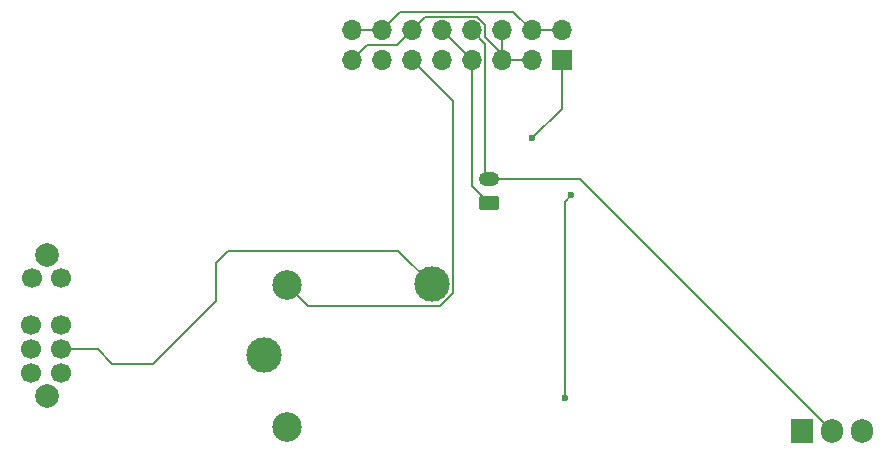
<source format=gbr>
%TF.GenerationSoftware,KiCad,Pcbnew,8.0.1*%
%TF.CreationDate,2024-03-24T23:16:52+02:00*%
%TF.ProjectId,KiCad,4b694361-642e-46b6-9963-61645f706362,rev?*%
%TF.SameCoordinates,Original*%
%TF.FileFunction,Copper,L2,Bot*%
%TF.FilePolarity,Positive*%
%FSLAX46Y46*%
G04 Gerber Fmt 4.6, Leading zero omitted, Abs format (unit mm)*
G04 Created by KiCad (PCBNEW 8.0.1) date 2024-03-24 23:16:52*
%MOMM*%
%LPD*%
G01*
G04 APERTURE LIST*
G04 Aperture macros list*
%AMRoundRect*
0 Rectangle with rounded corners*
0 $1 Rounding radius*
0 $2 $3 $4 $5 $6 $7 $8 $9 X,Y pos of 4 corners*
0 Add a 4 corners polygon primitive as box body*
4,1,4,$2,$3,$4,$5,$6,$7,$8,$9,$2,$3,0*
0 Add four circle primitives for the rounded corners*
1,1,$1+$1,$2,$3*
1,1,$1+$1,$4,$5*
1,1,$1+$1,$6,$7*
1,1,$1+$1,$8,$9*
0 Add four rect primitives between the rounded corners*
20,1,$1+$1,$2,$3,$4,$5,0*
20,1,$1+$1,$4,$5,$6,$7,0*
20,1,$1+$1,$6,$7,$8,$9,0*
20,1,$1+$1,$8,$9,$2,$3,0*%
G04 Aperture macros list end*
%TA.AperFunction,ComponentPad*%
%ADD10RoundRect,0.250000X0.625000X-0.350000X0.625000X0.350000X-0.625000X0.350000X-0.625000X-0.350000X0*%
%TD*%
%TA.AperFunction,ComponentPad*%
%ADD11O,1.750000X1.200000*%
%TD*%
%TA.AperFunction,ComponentPad*%
%ADD12R,1.905000X2.000000*%
%TD*%
%TA.AperFunction,ComponentPad*%
%ADD13O,1.905000X2.000000*%
%TD*%
%TA.AperFunction,ComponentPad*%
%ADD14C,3.000000*%
%TD*%
%TA.AperFunction,ComponentPad*%
%ADD15C,2.500000*%
%TD*%
%TA.AperFunction,ComponentPad*%
%ADD16R,1.700000X1.700000*%
%TD*%
%TA.AperFunction,ComponentPad*%
%ADD17O,1.700000X1.700000*%
%TD*%
%TA.AperFunction,ComponentPad*%
%ADD18C,1.700000*%
%TD*%
%TA.AperFunction,ComponentPad*%
%ADD19C,2.000000*%
%TD*%
%TA.AperFunction,ViaPad*%
%ADD20C,0.600000*%
%TD*%
%TA.AperFunction,Conductor*%
%ADD21C,0.200000*%
%TD*%
G04 APERTURE END LIST*
D10*
%TO.P,B1,1,+*%
%TO.N,BATT+*%
X148629200Y-89366600D03*
D11*
%TO.P,B1,2,-*%
%TO.N,BATT-*%
X148629200Y-87366600D03*
%TD*%
D12*
%TO.P,Q1,1,B*%
%TO.N,Net-(Q1-B)*%
X175133000Y-108712000D03*
D13*
%TO.P,Q1,2,C*%
%TO.N,BATT-*%
X177673000Y-108712000D03*
%TO.P,Q1,3,E*%
%TO.N,Net-(Q1-E)*%
X180213000Y-108712000D03*
%TD*%
D14*
%TO.P,K1,1*%
%TO.N,Net-(JP1-A)*%
X129589400Y-102266000D03*
D15*
%TO.P,K1,2*%
%TO.N,5V-*%
X131539400Y-108316000D03*
D14*
%TO.P,K1,4*%
%TO.N,Net-(JP2-A)*%
X143789400Y-96266000D03*
D15*
%TO.P,K1,5*%
%TO.N,5V+*%
X131539400Y-96316000D03*
%TD*%
D16*
%TO.P,J1,1,Pin_1*%
%TO.N,Motor2_A*%
X154813000Y-77292200D03*
D17*
%TO.P,J1,2,Pin_2*%
%TO.N,PC6-9*%
X154813000Y-74752200D03*
%TO.P,J1,3,Pin_3*%
%TO.N,5V-*%
X152273000Y-77292200D03*
%TO.P,J1,4,Pin_4*%
%TO.N,PC6-9*%
X152273000Y-74752200D03*
%TO.P,J1,5,Pin_5*%
%TO.N,5V-*%
X149733000Y-77292200D03*
%TO.P,J1,6,Pin_6*%
X149733000Y-74752200D03*
%TO.P,J1,7,Pin_7*%
%TO.N,BATT+*%
X147193000Y-77292200D03*
%TO.P,J1,8,Pin_8*%
%TO.N,BATT-*%
X147193000Y-74752200D03*
%TO.P,J1,9,Pin_9*%
%TO.N,PD7*%
X144653000Y-77292200D03*
%TO.P,J1,10,Pin_10*%
%TO.N,BATT+*%
X144653000Y-74752200D03*
%TO.P,J1,11,Pin_11*%
%TO.N,5V+*%
X142113000Y-77292200D03*
%TO.P,J1,12,Pin_12*%
%TO.N,5V-*%
X142113000Y-74752200D03*
%TO.P,J1,13,Pin_13*%
%TO.N,Motor1_A*%
X139573000Y-77292200D03*
%TO.P,J1,14,Pin_14*%
%TO.N,PC6-9*%
X139573000Y-74752200D03*
%TO.P,J1,15,Pin_15*%
%TO.N,5V-*%
X137033000Y-77292200D03*
%TO.P,J1,16,Pin_16*%
%TO.N,PC6-9*%
X137033000Y-74752200D03*
%TD*%
D18*
%TO.P,SW1,8*%
%TO.N,unconnected-(SW1-Pad8)*%
X112401200Y-103740200D03*
%TO.P,SW1,7*%
%TO.N,Net-(JP2-A)*%
X112401200Y-101740200D03*
%TO.P,SW1,6*%
%TO.N,unconnected-(SW1-Pad6)*%
X112451200Y-99740200D03*
%TO.P,SW1,5*%
%TO.N,BATT+*%
X112451200Y-95740200D03*
%TO.P,SW1,4*%
%TO.N,unconnected-(SW1-Pad4)*%
X109901200Y-103740200D03*
%TO.P,SW1,3*%
%TO.N,unconnected-(SW1-Pad3)*%
X109901200Y-101740200D03*
%TO.P,SW1,2*%
%TO.N,unconnected-(SW1-Pad2)*%
X109901200Y-99740200D03*
%TO.P,SW1,1*%
%TO.N,unconnected-(SW1-Pad1)*%
X109951200Y-95740200D03*
D19*
%TO.P,SW1,*%
%TO.N,*%
X111201200Y-105740200D03*
X111201200Y-93740200D03*
%TD*%
D20*
%TO.N,Motor2_A*%
X152323800Y-83870800D03*
X155625800Y-88722200D03*
X155067000Y-105892600D03*
%TD*%
D21*
%TO.N,Motor2_A*%
X154813000Y-81381600D02*
X154813000Y-77292200D01*
X152323800Y-83870800D02*
X154813000Y-81381600D01*
X155067000Y-89281000D02*
X155625800Y-88722200D01*
X155067000Y-89408000D02*
X155067000Y-89281000D01*
X155067000Y-105892600D02*
X155067000Y-89408000D01*
%TO.N,5V+*%
X145589400Y-80768600D02*
X142113000Y-77292200D01*
X131539400Y-96316000D02*
X133289400Y-98066000D01*
X133289400Y-98066000D02*
X144534985Y-98066000D01*
X145589400Y-97011585D02*
X145589400Y-80768600D01*
X144534985Y-98066000D02*
X145589400Y-97011585D01*
%TO.N,BATT+*%
X148629200Y-89366600D02*
X147193000Y-87930400D01*
X147193000Y-77292200D02*
X144653000Y-74752200D01*
X147193000Y-87930400D02*
X147193000Y-77292200D01*
%TO.N,5V-*%
X143263000Y-73602200D02*
X142113000Y-74752200D01*
X149733000Y-77292200D02*
X149733000Y-76726514D01*
X149733000Y-76726514D02*
X148352143Y-75345657D01*
X140868400Y-75996800D02*
X142113000Y-74752200D01*
X137033000Y-77292200D02*
X138328400Y-75996800D01*
X149733000Y-74752200D02*
X149733000Y-77292200D01*
X138328400Y-75996800D02*
X140868400Y-75996800D01*
X148352143Y-75345657D02*
X148352143Y-74284997D01*
X148352143Y-74284997D02*
X147669346Y-73602200D01*
X152273000Y-77292200D02*
X149733000Y-77292200D01*
X147669346Y-73602200D02*
X143263000Y-73602200D01*
%TO.N,BATT-*%
X177673000Y-108712000D02*
X156327600Y-87366600D01*
X148343000Y-75902200D02*
X147193000Y-74752200D01*
X148343000Y-87080400D02*
X148343000Y-75902200D01*
X156327600Y-87366600D02*
X148629200Y-87366600D01*
X148629200Y-87366600D02*
X148343000Y-87080400D01*
%TO.N,PC6-9*%
X137033000Y-74752200D02*
X139573000Y-74752200D01*
X154813000Y-74752200D02*
X152273000Y-74752200D01*
X150723000Y-73202200D02*
X152273000Y-74752200D01*
X141123000Y-73202200D02*
X150723000Y-73202200D01*
X139573000Y-74752200D02*
X141123000Y-73202200D01*
%TO.N,Net-(JP2-A)*%
X116763800Y-102971600D02*
X120218200Y-102971600D01*
X140944600Y-93421200D02*
X143789400Y-96266000D01*
X125552200Y-94437200D02*
X126568200Y-93421200D01*
X115532400Y-101740200D02*
X116763800Y-102971600D01*
X126568200Y-93421200D02*
X140944600Y-93421200D01*
X112401200Y-101740200D02*
X115532400Y-101740200D01*
X120218200Y-102971600D02*
X125552200Y-97637600D01*
X125552200Y-97637600D02*
X125552200Y-94437200D01*
%TD*%
M02*

</source>
